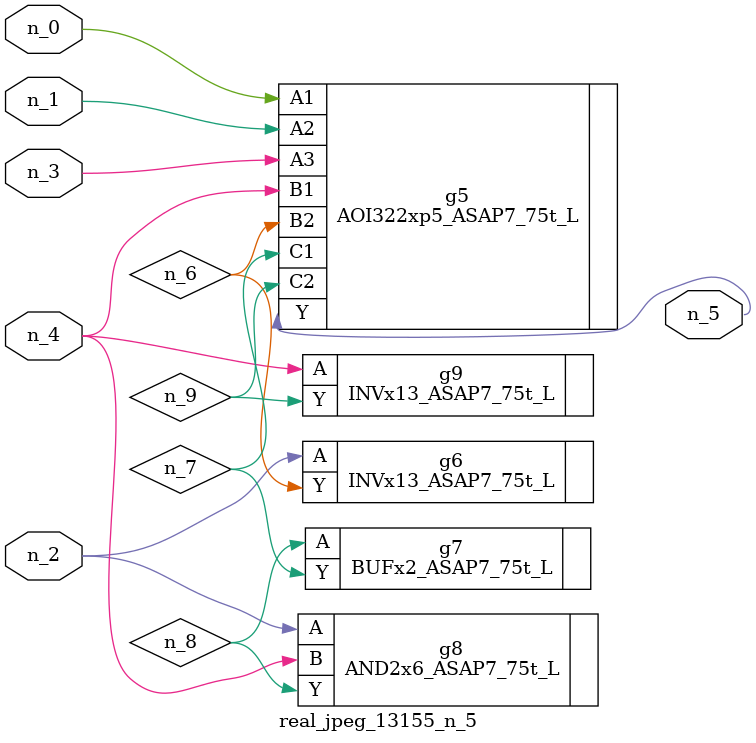
<source format=v>
module real_jpeg_13155_n_5 (n_4, n_0, n_1, n_2, n_3, n_5);

input n_4;
input n_0;
input n_1;
input n_2;
input n_3;

output n_5;

wire n_8;
wire n_6;
wire n_7;
wire n_9;

AOI322xp5_ASAP7_75t_L g5 ( 
.A1(n_0),
.A2(n_1),
.A3(n_3),
.B1(n_4),
.B2(n_6),
.C1(n_7),
.C2(n_9),
.Y(n_5)
);

INVx13_ASAP7_75t_L g6 ( 
.A(n_2),
.Y(n_6)
);

AND2x6_ASAP7_75t_L g8 ( 
.A(n_2),
.B(n_4),
.Y(n_8)
);

INVx13_ASAP7_75t_L g9 ( 
.A(n_4),
.Y(n_9)
);

BUFx2_ASAP7_75t_L g7 ( 
.A(n_8),
.Y(n_7)
);


endmodule
</source>
